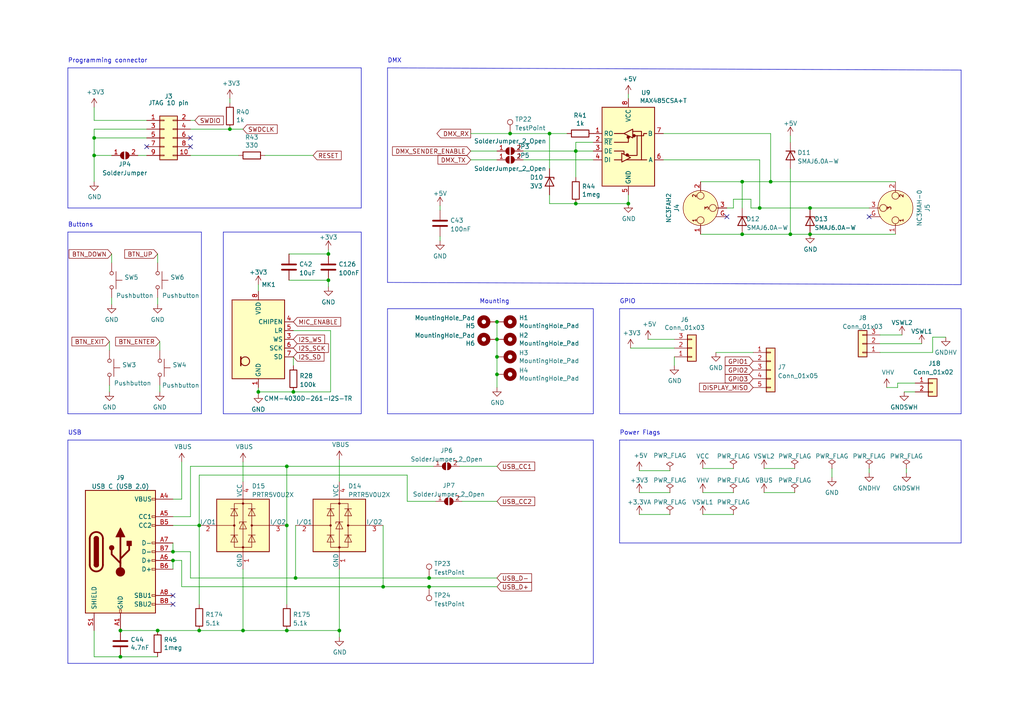
<source format=kicad_sch>
(kicad_sch (version 20230121) (generator eeschema)
  (paper "A4")
  (title_block (title "EL Controller - Connectors") (date "2022-01-22") (rev "2") (company "Light by Christian Baldus"))
  (lib_symbols
    (symbol "Connector:TestPoint" (pin_numbers hide) (pin_names (offset 0.762) hide)
      (property "Reference" "TP" (at 0 6.858 0))
      (property "Value" "TestPoint" (at 0 5.08 0))
      (symbol "TestPoint_1_1"
        (pin passive line (at 0 0 90) (length 2.54) (name "1") (number "1"))
      )
    )
    (symbol "Connector:USB_C_Receptacle_USB2.0" (pin_names (offset 1.016))
      (property "Reference" "J" (at -10.16 19.05 0))
      (property "Value" "USB_C_Receptacle_USB2.0" (at 19.05 19.05 0))
      (symbol "USB_C_Receptacle_USB2.0_1_1"
        (pin passive line (at 0 -22.86 90) (length 5.08) (name "GND") (number "A1"))
        (pin passive line (at 0 -22.86 90) (length 5.08) hide (name "GND") (number "A12"))
        (pin passive line (at 15.24 15.24 180) (length 5.08) (name "VBUS") (number "A4"))
        (pin bidirectional line (at 15.24 10.16 180) (length 5.08) (name "CC1") (number "A5"))
        (pin bidirectional line (at 15.24 -2.54 180) (length 5.08) (name "D+") (number "A6"))
        (pin bidirectional line (at 15.24 2.54 180) (length 5.08) (name "D-") (number "A7"))
        (pin bidirectional line (at 15.24 -12.7 180) (length 5.08) (name "SBU1") (number "A8"))
        (pin passive line (at 15.24 15.24 180) (length 5.08) hide (name "VBUS") (number "A9"))
        (pin passive line (at 0 -22.86 90) (length 5.08) hide (name "GND") (number "B1"))
        (pin passive line (at 0 -22.86 90) (length 5.08) hide (name "GND") (number "B12"))
        (pin passive line (at 15.24 15.24 180) (length 5.08) hide (name "VBUS") (number "B4"))
        (pin bidirectional line (at 15.24 7.62 180) (length 5.08) (name "CC2") (number "B5"))
        (pin bidirectional line (at 15.24 -5.08 180) (length 5.08) (name "D+") (number "B6"))
        (pin bidirectional line (at 15.24 0 180) (length 5.08) (name "D-") (number "B7"))
        (pin bidirectional line (at 15.24 -15.24 180) (length 5.08) (name "SBU2") (number "B8"))
        (pin passive line (at 15.24 15.24 180) (length 5.08) hide (name "VBUS") (number "B9"))
        (pin passive line (at -7.62 -22.86 90) (length 5.08) (name "SHIELD") (number "S1"))
      )
    )
    (symbol "Connector_Audio:XLR3_Ground" (pin_names hide)
      (property "Reference" "J" (at 0 8.89 0))
      (property "Value" "XLR3_Ground" (at 0 6.35 0))
      (symbol "XLR3_Ground_0_1"
        (text "1" (at -3.556 1.778 0) (effects (font (size 1.016 1.016) bold)))
        (text "2" (at 3.556 1.778 0) (effects (font (size 1.016 1.016) bold)))
        (text "3" (at 0 -1.778 0) (effects (font (size 1.016 1.016) bold)))
        (pin passive line (at -7.62 0 0) (length 2.54) (name "~") (number "1"))
        (pin passive line (at 7.62 0 180) (length 2.54) (name "~") (number "2"))
        (pin passive line (at 0 -7.62 90) (length 2.54) (name "~") (number "3"))
      )
      (symbol "XLR3_Ground_1_1"
        (pin passive line (at -2.54 -7.62 90) (length 2.54) (name "~") (number "G"))
      )
    )
    (symbol "Connector_Generic:Conn_01x02" (pin_names (offset 1.016) hide)
      (property "Reference" "J" (at 0 2.54 0))
      (property "Value" "Conn_01x02" (at 0 -5.08 0))
      (symbol "Conn_01x02_1_1"
        (pin passive line (at -5.08 0 0) (length 3.81) (name "Pin_1") (number "1"))
        (pin passive line (at -5.08 -2.54 0) (length 3.81) (name "Pin_2") (number "2"))
      )
    )
    (symbol "Connector_Generic:Conn_01x03" (pin_names (offset 1.016) hide)
      (property "Reference" "J" (at 0 5.08 0))
      (property "Value" "Conn_01x03" (at 0 -5.08 0))
      (symbol "Conn_01x03_1_1"
        (pin passive line (at -5.08 2.54 0) (length 3.81) (name "Pin_1") (number "1"))
        (pin passive line (at -5.08 0 0) (length 3.81) (name "Pin_2") (number "2"))
        (pin passive line (at -5.08 -2.54 0) (length 3.81) (name "Pin_3") (number "3"))
      )
    )
    (symbol "Connector_Generic:Conn_01x05" (pin_names (offset 1.016) hide)
      (property "Reference" "J" (at 0 7.62 0))
      (property "Value" "Conn_01x05" (at 0 -7.62 0))
      (symbol "Conn_01x05_1_1"
        (pin passive line (at -5.08 5.08 0) (length 3.81) (name "Pin_1") (number "1"))
        (pin passive line (at -5.08 2.54 0) (length 3.81) (name "Pin_2") (number "2"))
        (pin passive line (at -5.08 0 0) (length 3.81) (name "Pin_3") (number "3"))
        (pin passive line (at -5.08 -2.54 0) (length 3.81) (name "Pin_4") (number "4"))
        (pin passive line (at -5.08 -5.08 0) (length 3.81) (name "Pin_5") (number "5"))
      )
    )
    (symbol "Connector_Generic:Conn_02x05_Odd_Even" (pin_names (offset 1.016) hide)
      (property "Reference" "J" (at 1.27 7.62 0))
      (property "Value" "Conn_02x05_Odd_Even" (at 1.27 -7.62 0))
      (symbol "Conn_02x05_Odd_Even_1_1"
        (pin passive line (at -5.08 5.08 0) (length 3.81) (name "Pin_1") (number "1"))
        (pin passive line (at 7.62 -5.08 180) (length 3.81) (name "Pin_10") (number "10"))
        (pin passive line (at 7.62 5.08 180) (length 3.81) (name "Pin_2") (number "2"))
        (pin passive line (at -5.08 2.54 0) (length 3.81) (name "Pin_3") (number "3"))
        (pin passive line (at 7.62 2.54 180) (length 3.81) (name "Pin_4") (number "4"))
        (pin passive line (at -5.08 0 0) (length 3.81) (name "Pin_5") (number "5"))
        (pin passive line (at 7.62 0 180) (length 3.81) (name "Pin_6") (number "6"))
        (pin passive line (at -5.08 -2.54 0) (length 3.81) (name "Pin_7") (number "7"))
        (pin passive line (at 7.62 -2.54 180) (length 3.81) (name "Pin_8") (number "8"))
        (pin passive line (at -5.08 -5.08 0) (length 3.81) (name "Pin_9") (number "9"))
      )
    )
    (symbol "Device:C" (pin_numbers hide) (pin_names (offset 0.254))
      (property "Reference" "C" (at 0.635 2.54 0))
      (property "Value" "C" (at 0.635 -2.54 0))
      (symbol "C_1_1"
        (pin passive line (at 0 3.81 270) (length 2.794) (name "~") (number "1"))
        (pin passive line (at 0 -3.81 90) (length 2.794) (name "~") (number "2"))
      )
    )
    (symbol "Device:D_Zener" (pin_numbers hide) (pin_names (offset 1.016) hide)
      (property "Reference" "D" (at 0 2.54 0))
      (property "Value" "D_Zener" (at 0 -2.54 0))
      (symbol "D_Zener_1_1"
        (pin passive line (at -3.81 0 0) (length 2.54) (name "K") (number "1"))
        (pin passive line (at 3.81 0 180) (length 2.54) (name "A") (number "2"))
      )
    )
    (symbol "Device:R" (pin_numbers hide) (pin_names (offset 0))
      (property "Reference" "R" (at 2.032 0 90))
      (property "Value" "R" (at 0 0 90))
      (symbol "R_1_1"
        (pin passive line (at 0 3.81 270) (length 1.27) (name "~") (number "1"))
        (pin passive line (at 0 -3.81 90) (length 1.27) (name "~") (number "2"))
      )
    )
    (symbol "Diode:ZMMxx" (pin_numbers hide) (pin_names hide)
      (property "Reference" "D" (at 0 2.54 0))
      (property "Value" "ZMMxx" (at 0 -2.54 0))
      (symbol "ZMMxx_1_1"
        (pin passive line (at -3.81 0 0) (length 2.54) (name "K") (number "1"))
        (pin passive line (at 3.81 0 180) (length 2.54) (name "A") (number "2"))
      )
    )
    (symbol "Interface_UART:MAX485E"
      (property "Reference" "U" (at -6.096 11.43 0))
      (property "Value" "MAX485E" (at 0.762 11.43 0))
      (symbol "MAX485E_1_1"
        (pin output line (at -10.16 2.54 0) (length 2.54) (name "RO") (number "1"))
        (pin input line (at -10.16 0 0) (length 2.54) (name "~{RE}") (number "2"))
        (pin input line (at -10.16 -2.54 0) (length 2.54) (name "DE") (number "3"))
        (pin input line (at -10.16 -5.08 0) (length 2.54) (name "DI") (number "4"))
        (pin power_in line (at 0 -15.24 90) (length 2.54) (name "GND") (number "5"))
        (pin bidirectional line (at 10.16 -5.08 180) (length 2.54) (name "A") (number "6"))
        (pin bidirectional line (at 10.16 2.54 180) (length 2.54) (name "B") (number "7"))
        (pin power_in line (at 0 12.7 270) (length 2.54) (name "VCC") (number "8"))
      )
    )
    (symbol "Jumper:SolderJumper_2_Open" (pin_names (offset 0) hide)
      (property "Reference" "JP" (at 0 2.032 0))
      (property "Value" "SolderJumper_2_Open" (at 0 -2.54 0))
      (symbol "SolderJumper_2_Open_1_1"
        (pin passive line (at -3.81 0 0) (length 2.54) (name "A") (number "1"))
        (pin passive line (at 3.81 0 180) (length 2.54) (name "B") (number "2"))
      )
    )
    (symbol "Mechanical:MountingHole_Pad" (pin_numbers hide) (pin_names (offset 1.016) hide)
      (property "Reference" "H" (at 0 6.35 0))
      (property "Value" "MountingHole_Pad" (at 0 4.445 0))
      (symbol "MountingHole_Pad_1_1"
        (pin input line (at 0 -2.54 90) (length 2.54) (name "1") (number "1"))
      )
    )
    (symbol "Power_Protection:PRTR5V0U2X" (pin_names (offset 0))
      (property "Reference" "D" (at 2.794 8.636 0))
      (property "Value" "PRTR5V0U2X" (at 8.128 -9.398 0))
      (symbol "PRTR5V0U2X_1_1"
        (pin passive line (at 0 -12.7 90) (length 5.08) (name "GND") (number "1"))
        (pin passive line (at -12.7 0 0) (length 5.08) (name "I/O1") (number "2"))
        (pin passive line (at 12.7 0 180) (length 5.08) (name "I/O2") (number "3"))
        (pin passive line (at 0 12.7 270) (length 5.08) (name "VCC") (number "4"))
      )
    )
    (symbol "Switch:SW_Push" (pin_numbers hide) (pin_names (offset 1.016) hide)
      (property "Reference" "SW" (at 1.27 2.54 0))
      (property "Value" "SW_Push" (at 0 -1.524 0))
      (symbol "SW_Push_0_1"
        (pin passive line (at -5.08 0 0) (length 2.54) (name "1") (number "1"))
        (pin passive line (at 5.08 0 180) (length 2.54) (name "2") (number "2"))
      )
    )
    (symbol "el_components:CMM-4030D-261-I2S-TR"
      (property "Reference" "MK" (at -7.62 6.35 0))
      (property "Value" "CMM-4030D-261-I2S-TR" (at 1.27 -12.7 0))
      (symbol "CMM-4030D-261-I2S-TR_0_0"
        (pin no_connect line (at -10.16 0 0) (length 2.54) hide (name "NC") (number "2"))
        (pin input line (at 10.16 0 180) (length 2.54) (name "WS") (number "3"))
        (pin input line (at 10.16 5.08 180) (length 2.54) (name "CHIPEN") (number "4"))
      )
      (symbol "CMM-4030D-261-I2S-TR_1_1"
        (pin power_in line (at 0 -13.97 90) (length 2.54) (name "GND") (number "1"))
        (pin input line (at 10.16 2.54 180) (length 2.54) (name "LR") (number "5"))
        (pin input line (at 10.16 -2.54 180) (length 2.54) (name "SCK") (number "6"))
        (pin output line (at 10.16 -5.08 180) (length 2.54) (name "SD") (number "7"))
        (pin power_in line (at 0 13.97 270) (length 2.54) (name "VDD") (number "8"))
      )
    )
    (symbol "el_components:GNDHV" (power) (pin_names (offset 0))
      (property "Value" "GNDHV" (at 0 -3.81 0))
      (symbol "GNDHV_1_1"
        (pin power_in line (at 0 0 270) (length 0) hide (name "GNDHV") (number "1"))
      )
    )
    (symbol "el_components:GNDSWH" (power) (pin_names (offset 0))
      (property "Value" "GNDSWH" (at 0 -3.81 0))
      (symbol "GNDSWH_1_1"
        (pin power_in line (at 0 0 270) (length 0) hide (name "GNDSWH") (number "1"))
      )
    )
    (symbol "el_components:VHV" (power) (pin_names (offset 0))
      (property "Value" "VHV" (at 0 3.81 0))
      (symbol "VHV_1_1"
        (pin power_in line (at 0 0 90) (length 0) hide (name "VHV") (number "1"))
      )
    )
    (symbol "el_components:VSWL1" (power) (pin_names (offset 0))
      (property "Value" "VSWL1" (at 0 3.81 0))
      (symbol "VSWL1_1_1"
        (pin power_in line (at 0 0 90) (length 0) hide (name "VSWL1") (number "1"))
      )
    )
    (symbol "el_components:VSWL2" (power) (pin_names (offset 0))
      (property "Value" "VSWL2" (at 0 3.81 0))
      (symbol "VSWL2_1_1"
        (pin power_in line (at 0 0 90) (length 0) hide (name "VSWL2") (number "1"))
      )
    )
    (symbol "power:+3.3VA" (power) (pin_names (offset 0))
      (property "Value" "+3.3VA" (at 0 3.556 0))
      (symbol "+3.3VA_1_1"
        (pin power_in line (at 0 0 90) (length 0) hide (name "+3.3VA") (number "1"))
      )
    )
    (symbol "power:+3V3" (power) (pin_names (offset 0))
      (property "Value" "+3V3" (at 0 3.556 0))
      (symbol "+3V3_1_1"
        (pin power_in line (at 0 0 90) (length 0) hide (name "+3V3") (number "1"))
      )
    )
    (symbol "power:+5V" (power) (pin_names (offset 0))
      (property "Value" "+5V" (at 0 3.556 0))
      (symbol "+5V_1_1"
        (pin power_in line (at 0 0 90) (length 0) hide (name "+5V") (number "1"))
      )
    )
    (symbol "power:GND" (power) (pin_names (offset 0))
      (property "Value" "GND" (at 0 -3.81 0))
      (symbol "GND_1_1"
        (pin power_in line (at 0 0 270) (length 0) hide (name "GND") (number "1"))
      )
    )
    (symbol "power:PWR_FLAG" (power) (pin_numbers hide) (pin_names (offset 0) hide)
      (property "Value" "PWR_FLAG" (at 0 3.81 0))
      (symbol "PWR_FLAG_0_0"
        (pin power_out line (at 0 0 90) (length 0) (name "pwr") (number "1"))
      )
    )
    (symbol "power:VBUS" (power) (pin_names (offset 0))
      (property "Value" "VBUS" (at 0 3.81 0))
      (symbol "VBUS_1_1"
        (pin power_in line (at 0 0 90) (length 0) hide (name "VBUS") (number "1"))
      )
    )
    (symbol "power:VCC" (power) (pin_names (offset 0))
      (property "Value" "VCC" (at 0 3.81 0))
      (symbol "VCC_1_1"
        (pin power_in line (at 0 0 90) (length 0) hide (name "VCC") (number "1"))
      )
    )
  )
  (junction (at 83.185 182.88))
  (junction (at 83.185 152.4))
  (junction (at 95.25 73.66))
  (junction (at 167.005 59.055))
  (junction (at 57.785 152.4))
  (junction (at 144.145 108.585))
  (junction (at 182.245 59.055))
  (junction (at 223.52 52.705))
  (junction (at 124.46 167.64))
  (junction (at 215.265 67.945))
  (junction (at 144.145 93.345))
  (junction (at 144.145 103.505))
  (junction (at 83.185 135.255))
  (junction (at 147.955 38.735))
  (junction (at 85.725 167.64))
  (junction (at 50.165 160.02))
  (junction (at 215.265 52.705))
  (junction (at 50.165 162.56))
  (junction (at 34.925 190.5))
  (junction (at 57.785 182.88))
  (junction (at 111.125 170.18))
  (junction (at 34.925 182.88))
  (junction (at 27.305 45.085))
  (junction (at 124.46 170.18))
  (junction (at 234.95 60.325))
  (junction (at 95.25 81.28))
  (junction (at 98.425 182.88))
  (junction (at 159.385 38.735))
  (junction (at 27.305 40.005))
  (junction (at 85.09 113.665))
  (junction (at 74.93 113.665))
  (junction (at 229.235 67.945))
  (junction (at 66.675 37.465))
  (junction (at 70.485 182.88))
  (junction (at 45.72 182.88))
  (junction (at 234.95 67.945))
  (junction (at 167.005 43.815))
  (junction (at 144.145 98.425))
  (junction (at 220.345 60.325))
  (no_connect (at 50.165 172.72))
  (no_connect (at 50.165 175.26))
  (no_connect (at 55.245 40.005))
  (no_connect (at 42.545 42.545))
  (no_connect (at 252.095 62.865))
  (no_connect (at 210.82 62.865))
  (no_connect (at 55.245 42.545))
  (wire (pts (xy 185.42 142.875) (xy 194.31 142.875)))
  (wire (pts (xy 52.705 144.78) (xy 50.165 144.78)))
  (wire (pts (xy 260.35 111.125) (xy 260.35 112.395)))
  (wire (pts (xy 159.385 48.895) (xy 159.385 38.735)))
  (wire (pts (xy 95.25 72.39) (xy 95.25 73.66)))
  (polyline (pts (xy 112.395 120.015) (xy 112.395 89.535)))
  (polyline (pts (xy 19.685 60.325) (xy 19.685 19.685)))
  (wire (pts (xy 42.545 40.005) (xy 27.305 40.005)))
  (wire (pts (xy 229.235 39.37) (xy 229.235 41.275)))
  (wire (pts (xy 144.145 93.345) (xy 144.145 98.425)))
  (wire (pts (xy 203.835 149.225) (xy 212.725 149.225)))
  (wire (pts (xy 98.425 165.1) (xy 98.425 182.88)))
  (wire (pts (xy 151.765 43.815) (xy 167.005 43.815)))
  (polyline (pts (xy 181.61 127.635) (xy 278.765 127.635)))
  (wire (pts (xy 32.385 86.36) (xy 32.385 88.265)))
  (wire (pts (xy 203.835 135.89) (xy 212.725 135.89)))
  (wire (pts (xy 70.485 37.465) (xy 66.675 37.465)))
  (wire (pts (xy 50.165 152.4) (xy 57.785 152.4)))
  (wire (pts (xy 46.355 99.06) (xy 46.355 101.6)))
  (wire (pts (xy 42.545 37.465) (xy 27.305 37.465)))
  (polyline (pts (xy 179.705 127.635) (xy 181.61 127.635)))
  (polyline (pts (xy 172.085 127.635) (xy 19.685 127.635)))
  (wire (pts (xy 57.785 152.4) (xy 57.785 175.26)))
  (wire (pts (xy 136.525 46.355) (xy 144.145 46.355)))
  (wire (pts (xy 159.385 56.515) (xy 159.385 59.055)))
  (wire (pts (xy 127.635 68.58) (xy 127.635 69.85)))
  (wire (pts (xy 221.615 135.89) (xy 230.505 135.89)))
  (wire (pts (xy 187.96 98.425) (xy 195.58 98.425)))
  (wire (pts (xy 85.09 103.505) (xy 85.09 106.045)))
  (wire (pts (xy 50.165 157.48) (xy 50.165 160.02)))
  (polyline (pts (xy 104.775 19.685) (xy 104.775 60.325)))
  (wire (pts (xy 74.93 82.55) (xy 74.93 84.455)))
  (wire (pts (xy 95.25 81.28) (xy 95.25 83.185)))
  (wire (pts (xy 229.235 48.895) (xy 229.235 67.945)))
  (wire (pts (xy 27.305 45.085) (xy 27.305 52.705)))
  (wire (pts (xy 74.93 112.395) (xy 74.93 113.665)))
  (wire (pts (xy 133.985 145.415) (xy 144.145 145.415)))
  (wire (pts (xy 57.785 137.795) (xy 118.11 137.795)))
  (wire (pts (xy 167.005 41.275) (xy 167.005 43.815)))
  (polyline (pts (xy 179.705 157.48) (xy 179.705 127.635)))
  (wire (pts (xy 182.88 100.965) (xy 195.58 100.965)))
  (wire (pts (xy 52.705 170.18) (xy 111.125 170.18)))
  (wire (pts (xy 217.805 60.325) (xy 220.345 60.325)))
  (wire (pts (xy 31.75 111.76) (xy 31.75 113.665)))
  (wire (pts (xy 185.42 149.225) (xy 194.31 149.225)))
  (polyline (pts (xy 19.685 19.685) (xy 104.775 19.685)))
  (wire (pts (xy 220.345 46.355) (xy 220.345 60.325)))
  (polyline (pts (xy 58.42 120.015) (xy 58.42 67.31)))
  (wire (pts (xy 70.485 133.985) (xy 70.485 139.7)))
  (wire (pts (xy 252.095 135.89) (xy 252.095 137.16)))
  (polyline (pts (xy 64.77 67.31) (xy 104.775 67.31)))
  (wire (pts (xy 98.425 133.35) (xy 98.425 139.7)))
  (wire (pts (xy 203.2 67.945) (xy 215.265 67.945)))
  (wire (pts (xy 50.165 162.56) (xy 52.705 162.56)))
  (wire (pts (xy 111.125 170.18) (xy 111.125 152.4)))
  (wire (pts (xy 260.35 112.395) (xy 257.175 112.395)))
  (wire (pts (xy 255.27 102.235) (xy 270.51 102.235)))
  (wire (pts (xy 55.245 45.085) (xy 69.215 45.085)))
  (wire (pts (xy 57.785 182.88) (xy 70.485 182.88)))
  (wire (pts (xy 45.72 86.36) (xy 45.72 88.265)))
  (wire (pts (xy 215.265 67.945) (xy 229.235 67.945)))
  (wire (pts (xy 98.425 182.88) (xy 83.185 182.88)))
  (wire (pts (xy 223.52 52.705) (xy 259.715 52.705)))
  (wire (pts (xy 83.82 81.28) (xy 95.25 81.28)))
  (wire (pts (xy 215.265 52.705) (xy 215.265 60.325)))
  (wire (pts (xy 220.345 60.325) (xy 234.95 60.325)))
  (wire (pts (xy 234.95 67.945) (xy 259.715 67.945)))
  (polyline (pts (xy 112.395 89.535) (xy 172.085 89.535)))
  (polyline (pts (xy 172.085 120.015) (xy 112.395 120.015)))
  (polyline (pts (xy 104.775 67.31) (xy 104.775 120.015)))
  (wire (pts (xy 212.725 57.785) (xy 217.805 57.785)))
  (wire (pts (xy 83.185 135.255) (xy 83.185 152.4)))
  (wire (pts (xy 159.385 38.735) (xy 164.465 38.735)))
  (wire (pts (xy 124.46 170.18) (xy 144.145 170.18)))
  (wire (pts (xy 83.185 152.4) (xy 83.185 175.26)))
  (wire (pts (xy 207.645 102.235) (xy 218.44 102.235)))
  (wire (pts (xy 144.145 98.425) (xy 144.145 103.505)))
  (wire (pts (xy 46.355 111.76) (xy 46.355 113.665)))
  (wire (pts (xy 203.835 142.875) (xy 212.725 142.875)))
  (wire (pts (xy 55.245 160.02) (xy 55.245 167.64)))
  (polyline (pts (xy 179.705 89.535) (xy 179.705 120.015)))
  (wire (pts (xy 212.725 60.325) (xy 212.725 57.785)))
  (wire (pts (xy 55.245 167.64) (xy 85.725 167.64)))
  (wire (pts (xy 182.245 27.305) (xy 182.245 28.575)))
  (polyline (pts (xy 104.775 120.015) (xy 64.77 120.015)))
  (polyline (pts (xy 64.77 67.31) (xy 64.77 120.015)))
  (wire (pts (xy 55.245 135.255) (xy 83.185 135.255)))
  (wire (pts (xy 167.005 51.435) (xy 167.005 43.815)))
  (wire (pts (xy 133.35 135.255) (xy 144.145 135.255)))
  (wire (pts (xy 203.2 52.705) (xy 215.265 52.705)))
  (wire (pts (xy 167.005 41.275) (xy 172.085 41.275)))
  (wire (pts (xy 144.145 103.505) (xy 144.145 108.585)))
  (wire (pts (xy 95.885 95.885) (xy 95.885 113.665)))
  (wire (pts (xy 27.305 37.465) (xy 27.305 40.005)))
  (wire (pts (xy 52.705 133.985) (xy 52.705 144.78)))
  (wire (pts (xy 27.305 40.005) (xy 27.305 45.085)))
  (wire (pts (xy 85.725 152.4) (xy 85.725 167.64)))
  (wire (pts (xy 85.725 167.64) (xy 124.46 167.64)))
  (wire (pts (xy 147.955 38.735) (xy 159.385 38.735)))
  (polyline (pts (xy 278.765 127.635) (xy 278.765 157.48)))
  (wire (pts (xy 195.58 106.045) (xy 195.58 103.505)))
  (wire (pts (xy 270.51 102.235) (xy 270.51 97.79)))
  (wire (pts (xy 55.245 135.255) (xy 55.245 149.86)))
  (wire (pts (xy 52.705 162.56) (xy 52.705 170.18)))
  (wire (pts (xy 217.805 57.785) (xy 217.805 60.325)))
  (wire (pts (xy 111.125 170.18) (xy 124.46 170.18)))
  (wire (pts (xy 210.82 60.325) (xy 212.725 60.325)))
  (polyline (pts (xy 278.765 120.015) (xy 278.765 89.535)))
  (wire (pts (xy 27.305 190.5) (xy 34.925 190.5)))
  (wire (pts (xy 118.11 145.415) (xy 118.11 137.795)))
  (wire (pts (xy 124.46 167.64) (xy 144.145 167.64)))
  (polyline (pts (xy 19.685 67.31) (xy 58.42 67.31)))
  (wire (pts (xy 74.93 113.665) (xy 85.09 113.665)))
  (wire (pts (xy 95.885 113.665) (xy 85.09 113.665)))
  (polyline (pts (xy 112.395 81.915) (xy 112.395 19.685)))
  (wire (pts (xy 74.93 113.665) (xy 74.93 114.3)))
  (wire (pts (xy 144.145 108.585) (xy 144.145 112.395)))
  (wire (pts (xy 223.52 38.735) (xy 223.52 52.705)))
  (wire (pts (xy 45.72 182.88) (xy 57.785 182.88)))
  (wire (pts (xy 185.42 136.525) (xy 194.31 136.525)))
  (wire (pts (xy 83.185 135.255) (xy 125.73 135.255)))
  (wire (pts (xy 27.305 182.88) (xy 27.305 190.5)))
  (polyline (pts (xy 19.685 127.635) (xy 19.685 192.405)))
  (wire (pts (xy 262.255 113.665) (xy 265.43 113.665)))
  (wire (pts (xy 34.925 182.88) (xy 45.72 182.88)))
  (wire (pts (xy 32.385 73.66) (xy 32.385 76.2)))
  (wire (pts (xy 50.165 160.02) (xy 55.245 160.02)))
  (wire (pts (xy 32.385 45.085) (xy 27.305 45.085)))
  (wire (pts (xy 126.365 145.415) (xy 118.11 145.415)))
  (wire (pts (xy 229.235 67.945) (xy 234.95 67.945)))
  (polyline (pts (xy 179.705 120.015) (xy 278.765 120.015)))
  (wire (pts (xy 27.305 34.925) (xy 42.545 34.925)))
  (wire (pts (xy 265.43 111.125) (xy 260.35 111.125)))
  (polyline (pts (xy 19.685 67.31) (xy 19.685 120.015)))
  (wire (pts (xy 70.485 182.88) (xy 83.185 182.88)))
  (polyline (pts (xy 278.765 82.55) (xy 112.395 81.915)))
  (wire (pts (xy 55.245 37.465) (xy 66.675 37.465)))
  (polyline (pts (xy 104.775 60.325) (xy 19.685 60.325)))
  (wire (pts (xy 127.635 59.69) (xy 127.635 60.96)))
  (wire (pts (xy 144.145 43.815) (xy 136.525 43.815)))
  (wire (pts (xy 57.785 152.4) (xy 57.785 137.795)))
  (wire (pts (xy 262.89 135.89) (xy 262.89 137.16)))
  (wire (pts (xy 27.305 34.925) (xy 27.305 31.115)))
  (wire (pts (xy 45.72 73.66) (xy 45.72 76.2)))
  (wire (pts (xy 241.3 135.89) (xy 241.3 138.43)))
  (wire (pts (xy 192.405 46.355) (xy 220.345 46.355)))
  (polyline (pts (xy 278.765 157.48) (xy 179.705 157.48)))
  (wire (pts (xy 136.525 38.735) (xy 147.955 38.735)))
  (wire (pts (xy 167.005 43.815) (xy 172.085 43.815)))
  (polyline (pts (xy 278.765 89.535) (xy 179.705 89.535)))
  (wire (pts (xy 98.425 182.88) (xy 98.425 184.785)))
  (wire (pts (xy 85.09 95.885) (xy 95.885 95.885)))
  (wire (pts (xy 70.485 165.1) (xy 70.485 182.88)))
  (wire (pts (xy 56.515 34.925) (xy 55.245 34.925)))
  (wire (pts (xy 95.25 73.66) (xy 83.82 73.66)))
  (polyline (pts (xy 19.685 120.015) (xy 58.42 120.015)))
  (wire (pts (xy 34.925 190.5) (xy 45.72 190.5)))
  (wire (pts (xy 159.385 59.055) (xy 167.005 59.055)))
  (wire (pts (xy 182.245 59.055) (xy 182.245 56.515)))
  (polyline (pts (xy 19.685 192.405) (xy 172.085 192.405)))
  (wire (pts (xy 234.95 60.325) (xy 252.095 60.325)))
  (polyline (pts (xy 112.395 19.685) (xy 278.765 20.32)))
  (polyline (pts (xy 172.085 192.405) (xy 172.085 127.635)))
  (wire (pts (xy 255.27 97.155) (xy 261.62 97.155)))
  (wire (pts (xy 172.085 46.355) (xy 151.765 46.355)))
  (wire (pts (xy 192.405 38.735) (xy 223.52 38.735)))
  (wire (pts (xy 76.835 45.085) (xy 90.805 45.085)))
  (wire (pts (xy 270.51 97.79) (xy 274.32 97.79)))
  (wire (pts (xy 215.265 52.705) (xy 223.52 52.705)))
  (wire (pts (xy 221.615 142.875) (xy 230.505 142.875)))
  (polyline (pts (xy 278.765 20.32) (xy 278.765 82.55)))
  (wire (pts (xy 167.005 59.055) (xy 182.245 59.055)))
  (wire (pts (xy 31.75 99.06) (xy 31.75 101.6)))
  (wire (pts (xy 50.165 162.56) (xy 50.165 165.1)))
  (wire (pts (xy 255.27 99.695) (xy 267.335 99.695)))
  (wire (pts (xy 50.165 149.86) (xy 55.245 149.86)))
  (wire (pts (xy 66.675 29.845) (xy 66.675 28.575)))
  (wire (pts (xy 40.005 45.085) (xy 42.545 45.085)))
  (polyline (pts (xy 172.085 89.535) (xy 172.085 120.015)))
  (text "Power Flags" (at 179.705 126.365 0) (effects (font (size 1.27 1.27)) (justify left bottom)))
  (text "Mounting" (at 139.065 88.265 0) (effects (font (size 1.27 1.27)) (justify left bottom)))
  (text "USB" (at 19.685 126.365 0) (effects (font (size 1.27 1.27)) (justify left bottom)))
  (text "Programming connector" (at 19.685 18.415 0) (effects (font (size 1.27 1.27)) (justify left bottom)))
  (text "DMX" (at 112.395 18.415 0) (effects (font (size 1.27 1.27)) (justify left bottom)))
  (text "GPIO" (at 179.705 88.265 0) (effects (font (size 1.27 1.27)) (justify left bottom)))
  (text "Buttons" (at 19.685 66.04 0) (effects (font (size 1.27 1.27)) (justify left bottom)))
  (global_label "USB_CC2" (shape input) (at 144.145 145.415 0) (property "Intersheetrefs" "${INTERSHEET_REFS}" (effects hide)))
  (global_label "I2S_WS" (shape input) (at 85.09 98.425 0) (property "Intersheetrefs" "${INTERSHEET_REFS}" (effects hide)))
  (global_label "SWDIO" (shape input) (at 56.515 34.925 0) (property "Intersheetrefs" "${INTERSHEET_REFS}" (effects hide)))
  (global_label "USB_D+" (shape input) (at 144.145 170.18 0) (property "Intersheetrefs" "${INTERSHEET_REFS}" (effects hide)))
  (global_label "SWDCLK" (shape input) (at 70.485 37.465 0) (property "Intersheetrefs" "${INTERSHEET_REFS}" (effects hide)))
  (global_label "DMX_SENDER_ENABLE" (shape input) (at 136.525 43.815 180) (property "Intersheetrefs" "${INTERSHEET_REFS}" (effects hide)))
  (global_label "DMX_TX" (shape input) (at 136.525 46.355 180) (property "Intersheetrefs" "${INTERSHEET_REFS}" (effects hide)))
  (global_label "USB_CC1" (shape input) (at 144.145 135.255 0) (property "Intersheetrefs" "${INTERSHEET_REFS}" (effects hide)))
  (global_label "USB_D-" (shape input) (at 144.145 167.64 0) (property "Intersheetrefs" "${INTERSHEET_REFS}" (effects hide)))
  (global_label "BTN_UP" (shape input) (at 45.72 73.66 180) (property "Intersheetrefs" "${INTERSHEET_REFS}" (effects hide)))
  (global_label "BTN_DOWN" (shape input) (at 32.385 73.66 180) (property "Intersheetrefs" "${INTERSHEET_REFS}" (effects hide)))
  (global_label "GPIO3" (shape input) (at 218.44 109.855 180) (property "Intersheetrefs" "${INTERSHEET_REFS}" (effects hide)))
  (global_label "RESET" (shape input) (at 90.805 45.085 0) (property "Intersheetrefs" "${INTERSHEET_REFS}" (effects hide)))
  (global_label "I2S_SCK" (shape input) (at 85.09 100.965 0) (property "Intersheetrefs" "${INTERSHEET_REFS}" (effects hide)))
  (global_label "GPIO1" (shape input) (at 218.44 104.775 180) (property "Intersheetrefs" "${INTERSHEET_REFS}" (effects hide)))
  (global_label "BTN_ENTER" (shape input) (at 46.355 99.06 180) (property "Intersheetrefs" "${INTERSHEET_REFS}" (effects hide)))
  (global_label "MIC_ENABLE" (shape input) (at 85.09 93.345 0) (property "Intersheetrefs" "${INTERSHEET_REFS}" (effects hide)))
  (global_label "I2S_SD" (shape input) (at 85.09 103.505 0) (property "Intersheetrefs" "${INTERSHEET_REFS}" (effects hide)))
  (global_label "GPIO2" (shape input) (at 218.44 107.315 180) (property "Intersheetrefs" "${INTERSHEET_REFS}" (effects hide)))
  (global_label "DISPLAY_MISO" (shape input) (at 218.44 112.395 180) (property "Intersheetrefs" "${INTERSHEET_REFS}" (effects hide)))
  (global_label "DMX_RX" (shape output) (at 136.525 38.735 180) (property "Intersheetrefs" "${INTERSHEET_REFS}" (effects hide)))
  (global_label "BTN_EXIT" (shape input) (at 31.75 99.06 180) (property "Intersheetrefs" "${INTERSHEET_REFS}" (effects hide)))
  (symbol (lib_id "Connector_Generic:Conn_01x03") (at 200.66 100.965 0) (mirror x) (unit 1)
    (property "Reference" "J6" (at 198.5772 92.71 0))
    (property "Value" "Conn_01x03" (at 198.5772 95.0214 0))
    (property "Footprint" "Connector_PinHeader_2.54mm:PinHeader_1x03_P2.54mm_Vertical" (effects hide))
    (property "Installed" "NU" (effects hide))
  )
  (symbol (lib_id "power:GND") (at 195.58 106.045 0) (unit 1)
    (property "Reference" "#PWR078" (effects hide))
    (property "Value" "GND" (at 195.707 110.4392 0))
  )
  (symbol (lib_id "power:+5V") (at 187.96 98.425 0) (unit 1)
    (property "Reference" "#PWR074" (effects hide))
    (property "Value" "+5V" (at 188.341 94.0308 0))
  )
  (symbol (lib_id "power:+3V3") (at 182.88 100.965 0) (unit 1)
    (property "Reference" "#PWR076" (effects hide))
    (property "Value" "+3V3" (at 183.261 96.5708 0))
  )
  (symbol (lib_id "el_components:VHV") (at 257.175 112.395 0) (unit 1)
    (property "Reference" "#PWR073" (effects hide))
    (property "Value" "VHV" (at 257.556 108.0008 0))
  )
  (symbol (lib_id "Device:R") (at 167.005 55.245 0) (unit 1)
    (property "Reference" "R44" (at 168.783 54.0766 0) (effects (justify left)))
    (property "Value" "1meg" (at 168.783 56.388 0) (effects (justify left)))
    (property "Footprint" "Resistor_SMD:R_0603_1608Metric" (effects hide))
  )
  (symbol (lib_id "Jumper:SolderJumper_2_Open") (at 147.955 43.815 0) (unit 1)
    (property "Reference" "JP3" (at 151.765 42.545 0))
    (property "Value" "SolderJumper_2_Open" (at 147.955 40.9194 0))
    (property "Footprint" "Jumper:SolderJumper-2_P1.3mm_Open_RoundedPad1.0x1.5mm" (effects hide))
  )
  (symbol (lib_id "Mechanical:MountingHole_Pad") (at 146.685 93.345 270) (unit 1)
    (property "Reference" "H1" (at 150.495 92.1766 90) (effects (justify left)))
    (property "Value" "MountingHole_Pad" (at 150.495 94.488 90) (effects (justify left)))
    (property "Footprint" "MountingHole:MountingHole_3.2mm_M3_Pad_Via" (effects hide))
  )
  (symbol (lib_id "Mechanical:MountingHole_Pad") (at 146.685 98.425 270) (unit 1)
    (property "Reference" "H2" (at 150.495 97.2566 90) (effects (justify left)))
    (property "Value" "MountingHole_Pad" (at 150.495 99.568 90) (effects (justify left)))
    (property "Footprint" "MountingHole:MountingHole_3.2mm_M3_Pad_Via" (effects hide))
  )
  (symbol (lib_id "Mechanical:MountingHole_Pad") (at 146.685 103.505 270) (unit 1)
    (property "Reference" "H3" (at 150.495 102.3366 90) (effects (justify left)))
    (property "Value" "MountingHole_Pad" (at 150.495 104.648 90) (effects (justify left)))
    (property "Footprint" "MountingHole:MountingHole_3.2mm_M3_Pad_Via" (effects hide))
  )
  (symbol (lib_id "Mechanical:MountingHole_Pad") (at 146.685 108.585 270) (unit 1)
    (property "Reference" "H4" (at 150.495 107.4166 90) (effects (justify left)))
    (property "Value" "MountingHole_Pad" (at 150.495 109.728 90) (effects (justify left)))
    (property "Footprint" "MountingHole:MountingHole_3.2mm_M3_Pad_Via" (effects hide))
  )
  (symbol (lib_id "power:GND") (at 144.145 112.395 0) (unit 1)
    (property "Reference" "#PWR082" (effects hide))
    (property "Value" "GND" (at 144.272 116.7892 0))
  )
  (symbol (lib_id "power:+5V") (at 185.42 136.525 0) (unit 1)
    (property "Reference" "#PWR071" (effects hide))
    (property "Value" "+5V" (at 185.801 132.1308 0))
  )
  (symbol (lib_id "power:PWR_FLAG") (at 194.31 136.525 0) (unit 1)
    (property "Reference" "#FLG01" (effects hide))
    (property "Value" "PWR_FLAG" (at 194.31 132.1308 0))
  )
  (symbol (lib_id "Connector_Generic:Conn_02x05_Odd_Even") (at 47.625 40.005 0) (unit 1)
    (property "Reference" "J3" (at 48.895 27.94 0))
    (property "Value" "JTAG 10 pin" (at 48.895 29.845 0))
    (property "Footprint" "EL-footprints:Connector_JTAG_10Pin" (effects hide))
    (property "Datasheet" "http://www.cnctech.us/pdfs/3220-XX-0100-00_.pdf" (effects hide))
  )
  (symbol (lib_id "Device:R") (at 66.675 33.655 0) (unit 1)
    (property "Reference" "R40" (at 68.453 32.4866 0) (effects (justify left)))
    (property "Value" "1k" (at 68.453 34.798 0) (effects (justify left)))
    (property "Footprint" "Resistor_SMD:R_0603_1608Metric" (effects hide))
  )
  (symbol (lib_id "power:+3V3") (at 66.675 28.575 0) (unit 1)
    (property "Reference" "#PWR062" (effects hide))
    (property "Value" "+3V3" (at 67.056 24.1808 0))
  )
  (symbol (lib_id "power:+3V3") (at 27.305 31.115 0) (unit 1)
    (property "Reference" "#PWR063" (effects hide))
    (property "Value" "+3V3" (at 27.686 26.7208 0))
  )
  (symbol (lib_id "Jumper:SolderJumper_2_Open") (at 36.195 45.085 0) (unit 1)
    (property "Reference" "JP4" (at 36.195 47.625 0))
    (property "Value" "SolderJumper" (at 36.195 50.165 0))
    (property "Footprint" "Jumper:SolderJumper-2_P1.3mm_Open_RoundedPad1.0x1.5mm" (effects hide))
  )
  (symbol (lib_id "power:GND") (at 27.305 52.705 0) (unit 1)
    (property "Reference" "#PWR065" (effects hide))
    (property "Value" "GND" (at 27.432 57.0992 0))
  )
  (symbol (lib_id "Device:R") (at 73.025 45.085 270) (unit 1)
    (property "Reference" "R43" (at 73.025 39.8272 90))
    (property "Value" "330" (at 73.025 42.1386 90))
    (property "Footprint" "Resistor_SMD:R_0603_1608Metric" (effects hide))
  )
  (symbol (lib_id "power:GND") (at 98.425 184.785 0) (unit 1)
    (property "Reference" "#PWR087" (effects hide))
    (property "Value" "GND" (at 98.552 189.1792 0))
  )
  (symbol (lib_id "Device:R") (at 45.72 186.69 180) (unit 1)
    (property "Reference" "R45" (at 47.498 185.5216 0) (effects (justify right)))
    (property "Value" "1meg" (at 47.498 187.833 0) (effects (justify right)))
    (property "Footprint" "Resistor_SMD:R_0603_1608Metric" (effects hide))
  )
  (symbol (lib_id "Device:C") (at 34.925 186.69 180) (unit 1)
    (property "Reference" "C44" (at 37.846 185.5216 0) (effects (justify right)))
    (property "Value" "4.7nF" (at 37.846 187.833 0) (effects (justify right)))
    (property "Footprint" "Capacitor_SMD:C_0603_1608Metric" (effects hide))
  )
  (symbol (lib_id "Power_Protection:PRTR5V0U2X") (at 98.425 152.4 0) (unit 1)
    (property "Reference" "D14" (at 100.965 140.97 0) (effects (justify left)))
    (property "Value" "PRTR5V0U2X" (at 100.965 143.51 0) (effects (justify left)))
    (property "Footprint" "Package_TO_SOT_SMD:SOT-143" (effects hide))
    (property "Datasheet" "https://assets.nexperia.com/documents/data-sheet/PRTR5V0U2X.pdf" (effects hide))
  )
  (symbol (lib_id "power:VBUS") (at 70.485 133.985 0) (unit 1)
    (property "Reference" "#PWR072" (effects hide))
    (property "Value" "VBUS" (at 70.866 129.5908 0))
  )
  (symbol (lib_id "Interface_UART:MAX485E") (at 182.245 41.275 0) (unit 1)
    (property "Reference" "U9" (at 187.325 26.8986 0))
    (property "Value" "MAX485CSA+T" (at 192.405 29.21 0))
    (property "Footprint" "EL-footprints:SOIC-8_Maxim_P1.27mm" (effects hide))
    (property "Datasheet" "https://datasheets.maximintegrated.com/en/ds/MAX1487-MAX491.pdf" (effects hide))
  )
  (symbol (lib_id "power:GND") (at 182.245 59.055 0) (unit 1)
    (property "Reference" "#PWR067" (effects hide))
    (property "Value" "GND" (at 182.372 63.4492 0))
  )
  (symbol (lib_id "power:+5V") (at 182.245 27.305 0) (unit 1)
    (property "Reference" "#PWR061" (effects hide))
    (property "Value" "+5V" (at 182.626 22.9108 0))
  )
  (symbol (lib_id "Connector_Audio:XLR3_Ground") (at 259.715 60.325 270) (mirror x) (unit 1)
    (property "Reference" "J5" (at 268.986 60.325 0))
    (property "Value" "NC3MAH-0" (at 266.6746 60.325 0))
    (property "Footprint" "EL-footprints:Jack_XLR_Neutrik_NC3MAH-0_Horizontal_Overhanging" (effects hide))
    (property "Datasheet" " ~" (effects hide))
  )
  (symbol (lib_id "Connector_Audio:XLR3_Ground") (at 203.2 60.325 90) (unit 1)
    (property "Reference" "J4" (at 196.2658 60.325 0))
    (property "Value" "NC3FAH2" (at 193.9544 60.325 0))
    (property "Footprint" "EL-footprints:Jack_XLR_Neutrik_NC3FAH2_Horizontal_Overhanging" (effects hide))
    (property "Datasheet" " ~" (effects hide))
  )
  (symbol (lib_id "power:GND") (at 234.95 67.945 0) (unit 1)
    (property "Reference" "#PWR069" (effects hide))
    (property "Value" "GND" (at 235.077 72.3392 0))
  )
  (symbol (lib_id "Device:R") (at 168.275 38.735 270) (unit 1)
    (property "Reference" "R41" (at 168.275 33.4772 90))
    (property "Value" "1k" (at 168.275 35.7886 90))
    (property "Footprint" "Resistor_SMD:R_0603_1608Metric" (effects hide))
  )
  (symbol (lib_id "Diode:ZMMxx") (at 159.385 52.705 270) (unit 1)
    (property "Reference" "D10" (at 153.67 51.435 90) (effects (justify left)))
    (property "Value" "3V3" (at 153.67 53.975 90) (effects (justify left)))
    (property "Footprint" "EL-footprints:D_MiniMELF" (effects hide))
    (property "Datasheet" "https://diotec.com/tl_files/diotec/files/pdf/datasheets/zmm1.pdf" (effects hide))
  )
  (symbol (lib_id "Jumper:SolderJumper_2_Open") (at 147.955 46.355 0) (unit 1)
    (property "Reference" "JP5" (at 151.765 45.085 0))
    (property "Value" "SolderJumper_2_Open" (at 147.955 48.895 0))
    (property "Footprint" "Jumper:SolderJumper-2_P1.3mm_Open_RoundedPad1.0x1.5mm" (effects hide))
  )
  (symbol (lib_id "power:PWR_FLAG") (at 230.505 142.875 0) (unit 1)
    (property "Reference" "#FLG011" (effects hide))
    (property "Value" "PWR_FLAG" (at 230.505 139.2992 0))
  )
  (symbol (lib_id "power:GND") (at 207.645 102.235 0) (unit 1)
    (property "Reference" "#PWR0260" (effects hide))
    (property "Value" "GND" (at 207.645 106.6784 0))
  )
  (symbol (lib_id "el_components:CMM-4030D-261-I2S-TR") (at 74.93 98.425 0) (unit 1)
    (property "Reference" "MK1" (at 80.01 82.55 0) (effects (justify right)))
    (property "Value" "CMM-4030D-261-I2S-TR" (at 102.235 115.57 0) (effects (justify right)))
    (property "Footprint" "EL-footprints:CMM-4030D-261-I2S-TR" (effects hide))
    (property "Datasheet" "https://www.mouser.de/datasheet/2/670/cmm_4030d_261_i2s_tr-2306658.pdf" (effects hide))
  )
  (symbol (lib_id "Switch:SW_Push") (at 46.355 106.68 270) (unit 1)
    (property "Reference" "SW4" (at 50.038 105.8453 90) (effects (justify left)))
    (property "Value" "Pushbutton" (at 46.99 111.76 90) (effects (justify left)))
    (property "Footprint" "EL-footprints:SW_TH_Tactile_Omron_B3F-10xx" (effects hide))
  )
  (symbol (lib_id "Jumper:SolderJumper_2_Open") (at 130.175 145.415 0) (unit 1)
    (property "Reference" "JP7" (at 130.175 140.8262 0))
    (property "Value" "SolderJumper_2_Open" (at 130.175 143.3631 0))
    (property "Footprint" "Jumper:SolderJumper-2_P1.3mm_Open_RoundedPad1.0x1.5mm" (effects hide))
  )
  (symbol (lib_id "Switch:SW_Push") (at 32.385 81.28 270) (unit 1)
    (property "Reference" "SW5" (at 36.068 80.4453 90) (effects (justify left)))
    (property "Value" "Pushbutton" (at 33.655 85.725 90) (effects (justify left)))
    (property "Footprint" "EL-footprints:SW_TH_Tactile_Omron_B3F-10xx" (effects hide))
  )
  (symbol (lib_id "power:PWR_FLAG") (at 230.505 135.89 0) (unit 1)
    (property "Reference" "#FLG07" (effects hide))
    (property "Value" "PWR_FLAG" (at 230.505 132.3142 0))
  )
  (symbol (lib_id "Device:R") (at 83.185 179.07 0) (unit 1)
    (property "Reference" "R175" (at 84.963 178.2353 0) (effects (justify left)))
    (property "Value" "5.1k" (at 84.963 180.7722 0) (effects (justify left)))
    (property "Footprint" "Resistor_SMD:R_0603_1608Metric" (effects hide))
  )
  (symbol (lib_id "power:+3V3") (at 95.25 72.39 0) (unit 1)
    (property "Reference" "#PWR066" (effects hide))
    (property "Value" "+3V3" (at 95.25 68.8142 0))
  )
  (symbol (lib_id "power:PWR_FLAG") (at 212.725 142.875 0) (unit 1)
    (property "Reference" "#FLG05" (effects hide))
    (property "Value" "PWR_FLAG" (at 212.725 139.2992 0))
  )
  (symbol (lib_id "power:+5V") (at 229.235 39.37 0) (unit 1)
    (property "Reference" "#PWR0257" (effects hide))
    (property "Value" "+5V" (at 229.235 35.7942 0))
  )
  (symbol (lib_id "power:+5V") (at 127.635 59.69 0) (unit 1)
    (property "Reference" "#PWR068" (effects hide))
    (property "Value" "+5V" (at 127.635 56.1142 0))
  )
  (symbol (lib_id "Device:R") (at 85.09 109.855 0) (unit 1)
    (property "Reference" "R28" (at 86.868 109.0203 0) (effects (justify left)))
    (property "Value" "100k" (at 86.868 111.5572 0) (effects (justify left)))
    (property "Footprint" "Resistor_SMD:R_0603_1608Metric" (effects hide))
  )
  (symbol (lib_id "Device:C") (at 83.82 77.47 0) (unit 1)
    (property "Reference" "C42" (at 86.741 76.6353 0) (effects (justify left)))
    (property "Value" "10uF" (at 86.741 79.1722 0) (effects (justify left)))
    (property "Footprint" "Capacitor_SMD:C_0805_2012Metric" (effects hide))
  )
  (symbol (lib_id "Connector_Generic:Conn_01x02") (at 270.51 111.125 0) (unit 1)
    (property "Reference" "J18" (at 269.24 105.41 0) (effects (justify left)))
    (property "Value" "Conn_01x02" (at 264.795 107.95 0) (effects (justify left)))
    (property "Footprint" "Connector_PinHeader_2.54mm:PinHeader_1x02_P2.54mm_Vertical" (effects hide))
    (property "Installed" "NU" (effects hide))
  )
  (symbol (lib_id "Device:C") (at 95.25 77.47 0) (unit 1)
    (property "Reference" "C126" (at 98.171 76.6353 0) (effects (justify left)))
    (property "Value" "100nF" (at 98.171 79.1722 0) (effects (justify left)))
    (property "Footprint" "Capacitor_SMD:C_0603_1608Metric" (effects hide))
  )
  (symbol (lib_id "el_components:VSWL2") (at 221.615 135.89 0) (unit 1)
    (property "Reference" "#PWR086" (effects hide))
    (property "Value" "VSWL2" (at 221.615 132.3142 0))
  )
  (symbol (lib_id "power:GND") (at 46.355 113.665 0) (unit 1)
    (property "Reference" "#PWR091" (effects hide))
    (property "Value" "GND" (at 46.355 118.1084 0))
  )
  (symbol (lib_id "Connector_Generic:Conn_01x05") (at 223.52 107.315 0) (unit 1)
    (property "Reference" "J7" (at 225.552 106.4803 0) (effects (justify left)))
    (property "Value" "Conn_01x05" (at 225.552 109.0172 0) (effects (justify left)))
    (property "Footprint" "Connector_PinHeader_2.54mm:PinHeader_1x05_P2.54mm_Vertical" (effects hide))
    (property "Installed" "NU" (effects hide))
  )
  (symbol (lib_id "Mechanical:MountingHole_Pad") (at 141.605 93.345 90) (unit 1)
    (property "Reference" "H5" (at 137.795 94.5134 90) (effects (justify left)))
    (property "Value" "MountingHole_Pad" (at 137.795 92.202 90) (effects (justify left)))
    (property "Footprint" "MountingHole:MountingHole_3.2mm_M3_Pad_Via" (effects hide))
  )
  (symbol (lib_id "Connector:TestPoint") (at 147.955 38.735 0) (unit 1)
    (property "Reference" "TP22" (at 149.352 34.5983 0) (effects (justify left)))
    (property "Value" "TestPoint" (at 149.352 37.1352 0) (effects (justify left)))
    (property "Footprint" "EL-footprints:TestPoint_THTPad_D2.0mm_Drill1.0mm" (effects hide))
  )
  (symbol (lib_id "el_components:GNDHV") (at 252.095 137.16 0) (unit 1)
    (property "Reference" "#PWR089" (effects hide))
    (property "Value" "GNDHV" (at 252.095 141.6034 0))
  )
  (symbol (lib_id "Power_Protection:PRTR5V0U2X") (at 70.485 152.4 0) (unit 1)
    (property "Reference" "D15" (at 73.025 140.97 0) (effects (justify left)))
    (property "Value" "PRTR5V0U2X" (at 73.025 143.51 0) (effects (justify left)))
    (property "Footprint" "Package_TO_SOT_SMD:SOT-143" (effects hide))
    (property "Datasheet" "https://assets.nexperia.com/documents/data-sheet/PRTR5V0U2X.pdf" (effects hide))
  )
  (symbol (lib_id "Device:C") (at 127.635 64.77 0) (unit 1)
    (property "Reference" "C43" (at 130.556 63.9353 0) (effects (justify left)))
    (property "Value" "100nF" (at 130.556 66.4722 0) (effects (justify left)))
    (property "Footprint" "Capacitor_SMD:C_0603_1608Metric" (effects hide))
  )
  (symbol (lib_id "power:GND") (at 95.25 83.185 0) (unit 1)
    (property "Reference" "#PWR0262" (effects hide))
    (property "Value" "GND" (at 95.25 87.6284 0))
  )
  (symbol (lib_id "power:GND") (at 31.75 113.665 0) (unit 1)
    (property "Reference" "#PWR090" (effects hide))
    (property "Value" "GND" (at 31.75 118.1084 0))
  )
  (symbol (lib_id "Switch:SW_Push") (at 31.75 106.68 270) (unit 1)
    (property "Reference" "SW3" (at 35.433 105.8453 90) (effects (justify left)))
    (property "Value" "Pushbutton" (at 33.02 111.125 90) (effects (justify left)))
    (property "Footprint" "EL-footprints:SW_TH_Tactile_Omron_B3F-10xx" (effects hide))
  )
  (symbol (lib_id "power:VBUS") (at 52.705 133.985 0) (unit 1)
    (property "Reference" "#PWR0254" (effects hide))
    (property "Value" "VBUS" (at 53.086 129.5908 0))
  )
  (symbol (lib_id "power:+3V3") (at 185.42 142.875 0) (unit 1)
    (property "Reference" "#PWR077" (effects hide))
    (property "Value" "+3V3" (at 185.42 139.2992 0))
  )
  (symbol (lib_id "power:GND") (at 45.72 88.265 0) (unit 1)
    (property "Reference" "#PWR0259" (effects hide))
    (property "Value" "GND" (at 45.72 92.7084 0))
  )
  (symbol (lib_id "Switch:SW_Push") (at 45.72 81.28 270) (unit 1)
    (property "Reference" "SW6" (at 49.403 80.4453 90) (effects (justify left)))
    (property "Value" "Pushbutton" (at 46.99 85.725 90) (effects (justify left)))
    (property "Footprint" "EL-footprints:SW_TH_Tactile_Omron_B3F-10xx" (effects hide))
  )
  (symbol (lib_id "power:PWR_FLAG") (at 262.89 135.89 0) (unit 1)
    (property "Reference" "#FLG08" (effects hide))
    (property "Value" "PWR_FLAG" (at 262.89 132.3142 0))
  )
  (symbol (lib_id "power:VBUS") (at 98.425 133.35 0) (unit 1)
    (property "Reference" "#PWR0253" (effects hide))
    (property "Value" "VBUS" (at 98.806 128.9558 0))
  )
  (symbol (lib_id "power:PWR_FLAG") (at 212.725 135.89 0) (unit 1)
    (property "Reference" "#FLG04" (effects hide))
    (property "Value" "PWR_FLAG" (at 212.725 132.3142 0))
  )
  (symbol (lib_id "el_components:VSWL1") (at 267.335 99.695 0) (unit 1)
    (property "Reference" "#PWR080" (effects hide))
    (property "Value" "VSWL1" (at 267.335 96.1192 0))
  )
  (symbol (lib_id "el_components:VHV") (at 203.835 142.875 0) (unit 1)
    (property "Reference" "#PWR084" (effects hide))
    (property "Value" "VHV" (at 203.835 139.2992 0))
  )
  (symbol (lib_id "power:PWR_FLAG") (at 212.725 149.225 0) (unit 1)
    (property "Reference" "#FLG06" (effects hide))
    (property "Value" "PWR_FLAG" (at 212.725 145.6492 0))
  )
  (symbol (lib_id "power:GND") (at 32.385 88.265 0) (unit 1)
    (property "Reference" "#PWR092" (effects hide))
    (property "Value" "GND" (at 32.385 92.7084 0))
  )
  (symbol (lib_id "power:GND") (at 241.3 138.43 0) (unit 1)
    (property "Reference" "#PWR0255" (effects hide))
    (property "Value" "GND" (at 241.3 142.8734 0))
  )
  (symbol (lib_id "Device:D_Zener") (at 234.95 64.135 270) (unit 1)
    (property "Reference" "D13" (at 236.22 63.5 90) (effects (justify left)))
    (property "Value" "SMAJ6.0A-W" (at 236.22 66.04 90) (effects (justify left)))
    (property "Footprint" "EL-footprints:DO-214AC" (effects hide))
  )
  (symbol (lib_id "Device:R") (at 57.785 179.07 0) (unit 1)
    (property "Reference" "R174" (at 59.563 178.2353 0) (effects (justify left)))
    (property "Value" "5.1k" (at 59.563 180.7722 0) (effects (justify left)))
    (property "Footprint" "Resistor_SMD:R_0603_1608Metric" (effects hide))
  )
  (symbol (lib_id "el_components:GNDSWH") (at 262.89 137.16 0) (unit 1)
    (property "Reference" "#PWR088" (effects hide))
    (property "Value" "GNDSWH" (at 262.89 141.6034 0))
  )
  (symbol (lib_id "Mechanical:MountingHole_Pad") (at 141.605 98.425 90) (unit 1)
    (property "Reference" "H6" (at 137.795 99.5934 90) (effects (justify left)))
    (property "Value" "MountingHole_Pad" (at 137.795 97.282 90) (effects (justify left)))
    (property "Footprint" "MountingHole:MountingHole_3.2mm_M3_Pad_Via" (effects hide))
  )
  (symbol (lib_id "power:PWR_FLAG") (at 252.095 135.89 0) (unit 1)
    (property "Reference" "#FLG09" (effects hide))
    (property "Value" "PWR_FLAG" (at 252.095 132.3142 0))
  )
  (symbol (lib_id "Jumper:SolderJumper_2_Open") (at 129.54 135.255 0) (unit 1)
    (property "Reference" "JP6" (at 129.54 130.6662 0))
    (property "Value" "SolderJumper_2_Open" (at 129.54 133.2031 0))
    (property "Footprint" "Jumper:SolderJumper-2_P1.3mm_Open_RoundedPad1.0x1.5mm" (effects hide))
  )
  (symbol (lib_id "power:VCC") (at 203.835 135.89 0) (unit 1)
    (property "Reference" "#PWR083" (effects hide))
    (property "Value" "VCC" (at 203.835 132.3142 0))
  )
  (symbol (lib_id "power:+3.3VA") (at 185.42 149.225 0) (unit 1)
    (property "Reference" "#PWR079" (effects hide))
    (property "Value" "+3.3VA" (at 185.42 145.6492 0))
  )
  (symbol (lib_id "power:+3V3") (at 74.93 82.55 0) (unit 1)
    (property "Reference" "#PWR0261" (effects hide))
    (property "Value" "+3V3" (at 74.93 78.9742 0))
  )
  (symbol (lib_id "power:GND") (at 74.93 114.3 0) (unit 1)
    (property "Reference" "#PWR0263" (effects hide))
    (property "Value" "GND" (at 74.93 118.7434 0))
  )
  (symbol (lib_id "el_components:GNDHV") (at 274.32 97.79 0) (unit 1)
    (property "Reference" "#PWR075" (effects hide))
    (property "Value" "GNDHV" (at 274.32 102.2334 0))
  )
  (symbol (lib_id "Device:D_Zener") (at 215.265 64.135 270) (unit 1)
    (property "Reference" "D12" (at 220.345 63.5 90) (effects (justify right)))
    (property "Value" "SMAJ6.0A-W" (at 228.6 66.04 90) (effects (justify right)))
    (property "Footprint" "EL-footprints:DO-214AC" (effects hide))
  )
  (symbol (lib_id "power:GND") (at 127.635 69.85 0) (unit 1)
    (property "Reference" "#PWR070" (effects hide))
    (property "Value" "GND" (at 127.635 74.2934 0))
  )
  (symbol (lib_id "Connector:TestPoint") (at 124.46 167.64 0) (unit 1)
    (property "Reference" "TP23" (at 125.857 163.5033 0) (effects (justify left)))
    (property "Value" "TestPoint" (at 125.857 166.0402 0) (effects (justify left)))
    (property "Footprint" "EL-footprints:TestPoint_THTPad_D2.0mm_Drill1.0mm" (effects hide))
  )
  (symbol (lib_id "power:PWR_FLAG") (at 194.31 142.875 0) (unit 1)
    (property "Reference" "#FLG02" (effects hide))
    (property "Value" "PWR_FLAG" (at 194.31 139.2992 0))
  )
  (symbol (lib_id "el_components:VSWL1") (at 203.835 149.225 0) (unit 1)
    (property "Reference" "#PWR085" (effects hide))
    (property "Value" "VSWL1" (at 203.835 145.6492 0))
  )
  (symbol (lib_id "power:PWR_FLAG") (at 241.3 135.89 0) (unit 1)
    (property "Reference" "#FLG010" (effects hide))
    (property "Value" "PWR_FLAG" (at 241.3 132.3142 0))
  )
  (symbol (lib_id "el_components:GNDSWH") (at 262.255 113.665 0) (unit 1)
    (property "Reference" "#PWR0258" (effects hide))
    (property "Value" "GNDSWH" (at 262.255 118.1084 0))
  )
  (symbol (lib_id "Connector_Generic:Conn_01x03") (at 250.19 99.695 180) (unit 1)
    (property "Reference" "J8" (at 250.19 92.1852 0))
    (property "Value" "Conn_01x03" (at 250.19 94.7221 0))
    (property "Footprint" "Connector_PinHeader_2.54mm:PinHeader_1x03_P2.54mm_Vertical" (effects hide))
    (property "Installed" "NU" (effects hide))
  )
  (symbol (lib_id "el_components:VSWL2") (at 261.62 97.155 0) (unit 1)
    (property "Reference" "#PWR081" (effects hide))
    (property "Value" "VSWL2" (at 261.62 93.5792 0))
  )
  (symbol (lib_id "power:VBUS") (at 221.615 142.875 0) (unit 1)
    (property "Reference" "#PWR0256" (effects hide))
    (property "Value" "VBUS" (at 221.615 139.2992 0))
  )
  (symbol (lib_id "Connector:TestPoint") (at 124.46 170.18 180) (unit 1)
    (property "Reference" "TP24" (at 125.857 172.6473 0) (effects (justify right)))
    (property "Value" "TestPoint" (at 125.857 175.1842 0) (effects (justify right)))
    (property "Footprint" "EL-footprints:TestPoint_THTPad_D2.0mm_Drill1.0mm" (effects hide))
  )
  (symbol (lib_id "power:PWR_FLAG") (at 194.31 149.225 0) (unit 1)
    (property "Reference" "#FLG03" (effects hide))
    (property "Value" "PWR_FLAG" (at 194.31 145.6492 0))
  )
  (symbol (lib_id "Device:D_Zener") (at 229.235 45.085 270) (unit 1)
    (property "Reference" "D11" (at 231.267 44.2503 90) (effects (justify left)))
    (property "Value" "SMAJ6.0A-W" (at 231.267 46.7872 90) (effects (justify left)))
    (property "Footprint" "EL-footprints:DO-214AC" (effects hide))
  )
  (symbol (lib_id "Connector:USB_C_Receptacle_USB2.0") (at 34.925 160.02 0) (unit 1)
    (property "Reference" "J9" (at 34.925 138.5402 0))
    (property "Value" "USB C (USB 2.0)" (at 34.925 141.0771 0))
    (property "Footprint" "EL-footprints:USB_C_Receptacle_GCT_USB4105" (effects hide))
    (property "Datasheet" "https://www.usb.org/sites/default/files/documents/usb_type-c.zip" (effects hide))
  )
)
</source>
